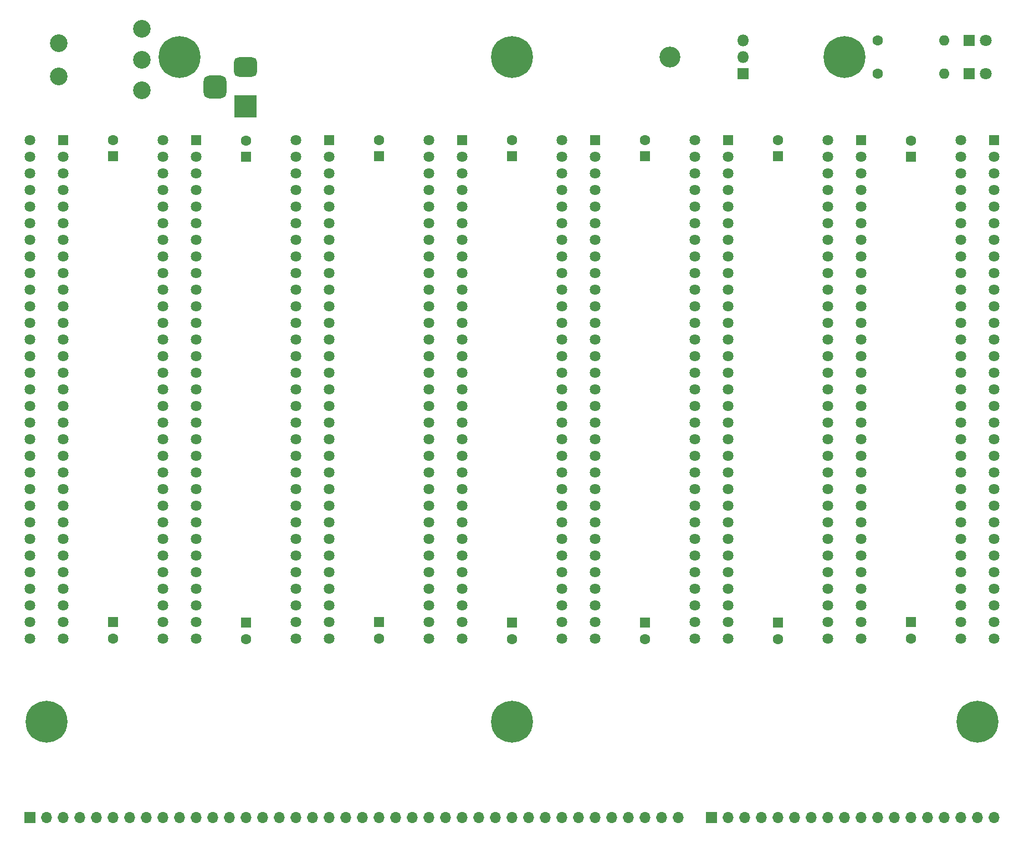
<source format=gts>
G04 #@! TF.GenerationSoftware,KiCad,Pcbnew,7.0.7*
G04 #@! TF.CreationDate,2023-08-22T15:23:37-04:00*
G04 #@! TF.ProjectId,1 - Backplkane,31202d20-4261-4636-9b70-6c6b616e652e,2*
G04 #@! TF.SameCoordinates,Original*
G04 #@! TF.FileFunction,Soldermask,Top*
G04 #@! TF.FilePolarity,Negative*
%FSLAX46Y46*%
G04 Gerber Fmt 4.6, Leading zero omitted, Abs format (unit mm)*
G04 Created by KiCad (PCBNEW 7.0.7) date 2023-08-22 15:23:37*
%MOMM*%
%LPD*%
G01*
G04 APERTURE LIST*
G04 Aperture macros list*
%AMRoundRect*
0 Rectangle with rounded corners*
0 $1 Rounding radius*
0 $2 $3 $4 $5 $6 $7 $8 $9 X,Y pos of 4 corners*
0 Add a 4 corners polygon primitive as box body*
4,1,4,$2,$3,$4,$5,$6,$7,$8,$9,$2,$3,0*
0 Add four circle primitives for the rounded corners*
1,1,$1+$1,$2,$3*
1,1,$1+$1,$4,$5*
1,1,$1+$1,$6,$7*
1,1,$1+$1,$8,$9*
0 Add four rect primitives between the rounded corners*
20,1,$1+$1,$2,$3,$4,$5,0*
20,1,$1+$1,$4,$5,$6,$7,0*
20,1,$1+$1,$6,$7,$8,$9,0*
20,1,$1+$1,$8,$9,$2,$3,0*%
G04 Aperture macros list end*
%ADD10C,0.800000*%
%ADD11C,6.400000*%
%ADD12R,1.600000X1.600000*%
%ADD13C,1.600000*%
%ADD14R,3.500000X3.500000*%
%ADD15RoundRect,0.750000X-1.000000X0.750000X-1.000000X-0.750000X1.000000X-0.750000X1.000000X0.750000X0*%
%ADD16RoundRect,0.875000X-0.875000X0.875000X-0.875000X-0.875000X0.875000X-0.875000X0.875000X0.875000X0*%
%ADD17O,3.200000X3.200000*%
%ADD18R,1.800000X1.800000*%
%ADD19O,1.800000X1.800000*%
%ADD20O,1.600000X1.600000*%
%ADD21R,1.638000X1.638000*%
%ADD22C,1.638000*%
%ADD23C,1.800000*%
%ADD24R,1.700000X1.700000*%
%ADD25O,1.700000X1.700000*%
%ADD26C,2.700000*%
G04 APERTURE END LIST*
D10*
X161430000Y-41910000D03*
X162132944Y-40212944D03*
X162132944Y-43607056D03*
X163830000Y-39510000D03*
D11*
X163830000Y-41910000D03*
D10*
X163830000Y-44310000D03*
X165527056Y-40212944D03*
X165527056Y-43607056D03*
X166230000Y-41910000D03*
D12*
X92710000Y-128270000D03*
D13*
X92710000Y-130770000D03*
D14*
X72331500Y-49434000D03*
D15*
X72331500Y-43434000D03*
D16*
X67631500Y-46434000D03*
D12*
X52070000Y-57062379D03*
D13*
X52070000Y-54562379D03*
D10*
X39510000Y-143510000D03*
X40212944Y-141812944D03*
X40212944Y-145207056D03*
X41910000Y-141110000D03*
D11*
X41910000Y-143510000D03*
D10*
X41910000Y-145910000D03*
X43607056Y-141812944D03*
X43607056Y-145207056D03*
X44310000Y-143510000D03*
D12*
X113030000Y-128357621D03*
D13*
X113030000Y-130857621D03*
D17*
X137195000Y-41910000D03*
D18*
X148295000Y-44450000D03*
D19*
X148295000Y-41910000D03*
X148295000Y-39370000D03*
D12*
X52070000Y-128270000D03*
D13*
X52070000Y-130770000D03*
X168910000Y-44450000D03*
D20*
X179070000Y-44450000D03*
D21*
X85090000Y-54610000D03*
D22*
X85090000Y-57150000D03*
X85090000Y-59690000D03*
X85090000Y-62230000D03*
X85090000Y-64770000D03*
X85090000Y-67310000D03*
X85090000Y-69850000D03*
X85090000Y-72390000D03*
X85090000Y-74930000D03*
X85090000Y-77470000D03*
X85090000Y-80010000D03*
X85090000Y-82550000D03*
X85090000Y-85090000D03*
X85090000Y-87630000D03*
X85090000Y-90170000D03*
X85090000Y-92710000D03*
X85090000Y-95250000D03*
X85090000Y-97790000D03*
X85090000Y-100330000D03*
X85090000Y-102870000D03*
X85090000Y-105410000D03*
X85090000Y-107950000D03*
X85090000Y-110490000D03*
X85090000Y-113030000D03*
X85090000Y-115570000D03*
X85090000Y-118110000D03*
X85090000Y-120650000D03*
X85090000Y-123190000D03*
X85090000Y-125730000D03*
X85090000Y-128270000D03*
X85090000Y-130810000D03*
X80010000Y-54610000D03*
X80010000Y-57150000D03*
X80010000Y-59690000D03*
X80010000Y-62230000D03*
X80010000Y-64770000D03*
X80010000Y-67310000D03*
X80010000Y-69850000D03*
X80010000Y-72390000D03*
X80010000Y-74930000D03*
X80010000Y-77470000D03*
X80010000Y-80010000D03*
X80010000Y-82550000D03*
X80010000Y-85090000D03*
X80010000Y-87630000D03*
X80010000Y-90170000D03*
X80010000Y-92710000D03*
X80010000Y-95250000D03*
X80010000Y-97790000D03*
X80010000Y-100330000D03*
X80010000Y-102870000D03*
X80010000Y-105410000D03*
X80010000Y-107950000D03*
X80010000Y-110490000D03*
X80010000Y-113030000D03*
X80010000Y-115570000D03*
X80010000Y-118110000D03*
X80010000Y-120650000D03*
X80010000Y-123190000D03*
X80010000Y-125730000D03*
X80010000Y-128270000D03*
X80010000Y-130810000D03*
D21*
X105410000Y-54610000D03*
D22*
X105410000Y-57150000D03*
X105410000Y-59690000D03*
X105410000Y-62230000D03*
X105410000Y-64770000D03*
X105410000Y-67310000D03*
X105410000Y-69850000D03*
X105410000Y-72390000D03*
X105410000Y-74930000D03*
X105410000Y-77470000D03*
X105410000Y-80010000D03*
X105410000Y-82550000D03*
X105410000Y-85090000D03*
X105410000Y-87630000D03*
X105410000Y-90170000D03*
X105410000Y-92710000D03*
X105410000Y-95250000D03*
X105410000Y-97790000D03*
X105410000Y-100330000D03*
X105410000Y-102870000D03*
X105410000Y-105410000D03*
X105410000Y-107950000D03*
X105410000Y-110490000D03*
X105410000Y-113030000D03*
X105410000Y-115570000D03*
X105410000Y-118110000D03*
X105410000Y-120650000D03*
X105410000Y-123190000D03*
X105410000Y-125730000D03*
X105410000Y-128270000D03*
X105410000Y-130810000D03*
X100330000Y-54610000D03*
X100330000Y-57150000D03*
X100330000Y-59690000D03*
X100330000Y-62230000D03*
X100330000Y-64770000D03*
X100330000Y-67310000D03*
X100330000Y-69850000D03*
X100330000Y-72390000D03*
X100330000Y-74930000D03*
X100330000Y-77470000D03*
X100330000Y-80010000D03*
X100330000Y-82550000D03*
X100330000Y-85090000D03*
X100330000Y-87630000D03*
X100330000Y-90170000D03*
X100330000Y-92710000D03*
X100330000Y-95250000D03*
X100330000Y-97790000D03*
X100330000Y-100330000D03*
X100330000Y-102870000D03*
X100330000Y-105410000D03*
X100330000Y-107950000D03*
X100330000Y-110490000D03*
X100330000Y-113030000D03*
X100330000Y-115570000D03*
X100330000Y-118110000D03*
X100330000Y-120650000D03*
X100330000Y-123190000D03*
X100330000Y-125730000D03*
X100330000Y-128270000D03*
X100330000Y-130810000D03*
D21*
X186690000Y-54610000D03*
D22*
X186690000Y-57150000D03*
X186690000Y-59690000D03*
X186690000Y-62230000D03*
X186690000Y-64770000D03*
X186690000Y-67310000D03*
X186690000Y-69850000D03*
X186690000Y-72390000D03*
X186690000Y-74930000D03*
X186690000Y-77470000D03*
X186690000Y-80010000D03*
X186690000Y-82550000D03*
X186690000Y-85090000D03*
X186690000Y-87630000D03*
X186690000Y-90170000D03*
X186690000Y-92710000D03*
X186690000Y-95250000D03*
X186690000Y-97790000D03*
X186690000Y-100330000D03*
X186690000Y-102870000D03*
X186690000Y-105410000D03*
X186690000Y-107950000D03*
X186690000Y-110490000D03*
X186690000Y-113030000D03*
X186690000Y-115570000D03*
X186690000Y-118110000D03*
X186690000Y-120650000D03*
X186690000Y-123190000D03*
X186690000Y-125730000D03*
X186690000Y-128270000D03*
X186690000Y-130810000D03*
X181610000Y-54610000D03*
X181610000Y-57150000D03*
X181610000Y-59690000D03*
X181610000Y-62230000D03*
X181610000Y-64770000D03*
X181610000Y-67310000D03*
X181610000Y-69850000D03*
X181610000Y-72390000D03*
X181610000Y-74930000D03*
X181610000Y-77470000D03*
X181610000Y-80010000D03*
X181610000Y-82550000D03*
X181610000Y-85090000D03*
X181610000Y-87630000D03*
X181610000Y-90170000D03*
X181610000Y-92710000D03*
X181610000Y-95250000D03*
X181610000Y-97790000D03*
X181610000Y-100330000D03*
X181610000Y-102870000D03*
X181610000Y-105410000D03*
X181610000Y-107950000D03*
X181610000Y-110490000D03*
X181610000Y-113030000D03*
X181610000Y-115570000D03*
X181610000Y-118110000D03*
X181610000Y-120650000D03*
X181610000Y-123190000D03*
X181610000Y-125730000D03*
X181610000Y-128270000D03*
X181610000Y-130810000D03*
D18*
X182875000Y-44450000D03*
D23*
X185415000Y-44450000D03*
D13*
X168910000Y-39370000D03*
D20*
X179070000Y-39370000D03*
D12*
X113030000Y-57062379D03*
D13*
X113030000Y-54562379D03*
D12*
X92710000Y-57062379D03*
D13*
X92710000Y-54562379D03*
D21*
X64770000Y-54610000D03*
D22*
X64770000Y-57150000D03*
X64770000Y-59690000D03*
X64770000Y-62230000D03*
X64770000Y-64770000D03*
X64770000Y-67310000D03*
X64770000Y-69850000D03*
X64770000Y-72390000D03*
X64770000Y-74930000D03*
X64770000Y-77470000D03*
X64770000Y-80010000D03*
X64770000Y-82550000D03*
X64770000Y-85090000D03*
X64770000Y-87630000D03*
X64770000Y-90170000D03*
X64770000Y-92710000D03*
X64770000Y-95250000D03*
X64770000Y-97790000D03*
X64770000Y-100330000D03*
X64770000Y-102870000D03*
X64770000Y-105410000D03*
X64770000Y-107950000D03*
X64770000Y-110490000D03*
X64770000Y-113030000D03*
X64770000Y-115570000D03*
X64770000Y-118110000D03*
X64770000Y-120650000D03*
X64770000Y-123190000D03*
X64770000Y-125730000D03*
X64770000Y-128270000D03*
X64770000Y-130810000D03*
X59690000Y-54610000D03*
X59690000Y-57150000D03*
X59690000Y-59690000D03*
X59690000Y-62230000D03*
X59690000Y-64770000D03*
X59690000Y-67310000D03*
X59690000Y-69850000D03*
X59690000Y-72390000D03*
X59690000Y-74930000D03*
X59690000Y-77470000D03*
X59690000Y-80010000D03*
X59690000Y-82550000D03*
X59690000Y-85090000D03*
X59690000Y-87630000D03*
X59690000Y-90170000D03*
X59690000Y-92710000D03*
X59690000Y-95250000D03*
X59690000Y-97790000D03*
X59690000Y-100330000D03*
X59690000Y-102870000D03*
X59690000Y-105410000D03*
X59690000Y-107950000D03*
X59690000Y-110490000D03*
X59690000Y-113030000D03*
X59690000Y-115570000D03*
X59690000Y-118110000D03*
X59690000Y-120650000D03*
X59690000Y-123190000D03*
X59690000Y-125730000D03*
X59690000Y-128270000D03*
X59690000Y-130810000D03*
D10*
X110630000Y-143510000D03*
X111332944Y-141812944D03*
X111332944Y-145207056D03*
X113030000Y-141110000D03*
D11*
X113030000Y-143510000D03*
D10*
X113030000Y-145910000D03*
X114727056Y-141812944D03*
X114727056Y-145207056D03*
X115430000Y-143510000D03*
D12*
X133350000Y-57062379D03*
D13*
X133350000Y-54562379D03*
D12*
X153670000Y-57062379D03*
D13*
X153670000Y-54562379D03*
D24*
X143525000Y-158115000D03*
D25*
X146065000Y-158115000D03*
X148605000Y-158115000D03*
X151145000Y-158115000D03*
X153685000Y-158115000D03*
X156225000Y-158115000D03*
X158765000Y-158115000D03*
X161305000Y-158115000D03*
X163845000Y-158115000D03*
X166385000Y-158115000D03*
X168925000Y-158115000D03*
X171465000Y-158115000D03*
X174005000Y-158115000D03*
X176545000Y-158115000D03*
X179085000Y-158115000D03*
X181625000Y-158115000D03*
X184165000Y-158115000D03*
X186705000Y-158115000D03*
D12*
X173990000Y-128270000D03*
D13*
X173990000Y-130770000D03*
D26*
X56515000Y-46990000D03*
X56515000Y-42290000D03*
X56515000Y-37590000D03*
X43815000Y-44830000D03*
X43815000Y-39750000D03*
D12*
X173990000Y-57150000D03*
D13*
X173990000Y-54650000D03*
D10*
X59830000Y-41910000D03*
X60532944Y-40212944D03*
X60532944Y-43607056D03*
X62230000Y-39510000D03*
D11*
X62230000Y-41910000D03*
D10*
X62230000Y-44310000D03*
X63927056Y-40212944D03*
X63927056Y-43607056D03*
X64630000Y-41910000D03*
D18*
X182875000Y-39370000D03*
D23*
X185415000Y-39370000D03*
D12*
X72390000Y-57150000D03*
D13*
X72390000Y-54650000D03*
D12*
X133350000Y-128357621D03*
D13*
X133350000Y-130857621D03*
D21*
X44450000Y-54610000D03*
D22*
X44450000Y-57150000D03*
X44450000Y-59690000D03*
X44450000Y-62230000D03*
X44450000Y-64770000D03*
X44450000Y-67310000D03*
X44450000Y-69850000D03*
X44450000Y-72390000D03*
X44450000Y-74930000D03*
X44450000Y-77470000D03*
X44450000Y-80010000D03*
X44450000Y-82550000D03*
X44450000Y-85090000D03*
X44450000Y-87630000D03*
X44450000Y-90170000D03*
X44450000Y-92710000D03*
X44450000Y-95250000D03*
X44450000Y-97790000D03*
X44450000Y-100330000D03*
X44450000Y-102870000D03*
X44450000Y-105410000D03*
X44450000Y-107950000D03*
X44450000Y-110490000D03*
X44450000Y-113030000D03*
X44450000Y-115570000D03*
X44450000Y-118110000D03*
X44450000Y-120650000D03*
X44450000Y-123190000D03*
X44450000Y-125730000D03*
X44450000Y-128270000D03*
X44450000Y-130810000D03*
X39370000Y-54610000D03*
X39370000Y-57150000D03*
X39370000Y-59690000D03*
X39370000Y-62230000D03*
X39370000Y-64770000D03*
X39370000Y-67310000D03*
X39370000Y-69850000D03*
X39370000Y-72390000D03*
X39370000Y-74930000D03*
X39370000Y-77470000D03*
X39370000Y-80010000D03*
X39370000Y-82550000D03*
X39370000Y-85090000D03*
X39370000Y-87630000D03*
X39370000Y-90170000D03*
X39370000Y-92710000D03*
X39370000Y-95250000D03*
X39370000Y-97790000D03*
X39370000Y-100330000D03*
X39370000Y-102870000D03*
X39370000Y-105410000D03*
X39370000Y-107950000D03*
X39370000Y-110490000D03*
X39370000Y-113030000D03*
X39370000Y-115570000D03*
X39370000Y-118110000D03*
X39370000Y-120650000D03*
X39370000Y-123190000D03*
X39370000Y-125730000D03*
X39370000Y-128270000D03*
X39370000Y-130810000D03*
D24*
X39375000Y-158115000D03*
D25*
X41915000Y-158115000D03*
X44455000Y-158115000D03*
X46995000Y-158115000D03*
X49535000Y-158115000D03*
X52075000Y-158115000D03*
X54615000Y-158115000D03*
X57155000Y-158115000D03*
X59695000Y-158115000D03*
X62235000Y-158115000D03*
X64775000Y-158115000D03*
X67315000Y-158115000D03*
X69855000Y-158115000D03*
X72395000Y-158115000D03*
X74935000Y-158115000D03*
X77475000Y-158115000D03*
X80015000Y-158115000D03*
X82555000Y-158115000D03*
X85095000Y-158115000D03*
X87635000Y-158115000D03*
X90175000Y-158115000D03*
X92715000Y-158115000D03*
X95255000Y-158115000D03*
X97795000Y-158115000D03*
X100335000Y-158115000D03*
X102875000Y-158115000D03*
X105415000Y-158115000D03*
X107955000Y-158115000D03*
X110495000Y-158115000D03*
X113035000Y-158115000D03*
X115575000Y-158115000D03*
X118115000Y-158115000D03*
X120655000Y-158115000D03*
X123195000Y-158115000D03*
X125735000Y-158115000D03*
X128275000Y-158115000D03*
X130815000Y-158115000D03*
X133355000Y-158115000D03*
X135895000Y-158115000D03*
X138435000Y-158115000D03*
D21*
X125730000Y-54610000D03*
D22*
X125730000Y-57150000D03*
X125730000Y-59690000D03*
X125730000Y-62230000D03*
X125730000Y-64770000D03*
X125730000Y-67310000D03*
X125730000Y-69850000D03*
X125730000Y-72390000D03*
X125730000Y-74930000D03*
X125730000Y-77470000D03*
X125730000Y-80010000D03*
X125730000Y-82550000D03*
X125730000Y-85090000D03*
X125730000Y-87630000D03*
X125730000Y-90170000D03*
X125730000Y-92710000D03*
X125730000Y-95250000D03*
X125730000Y-97790000D03*
X125730000Y-100330000D03*
X125730000Y-102870000D03*
X125730000Y-105410000D03*
X125730000Y-107950000D03*
X125730000Y-110490000D03*
X125730000Y-113030000D03*
X125730000Y-115570000D03*
X125730000Y-118110000D03*
X125730000Y-120650000D03*
X125730000Y-123190000D03*
X125730000Y-125730000D03*
X125730000Y-128270000D03*
X125730000Y-130810000D03*
X120650000Y-54610000D03*
X120650000Y-57150000D03*
X120650000Y-59690000D03*
X120650000Y-62230000D03*
X120650000Y-64770000D03*
X120650000Y-67310000D03*
X120650000Y-69850000D03*
X120650000Y-72390000D03*
X120650000Y-74930000D03*
X120650000Y-77470000D03*
X120650000Y-80010000D03*
X120650000Y-82550000D03*
X120650000Y-85090000D03*
X120650000Y-87630000D03*
X120650000Y-90170000D03*
X120650000Y-92710000D03*
X120650000Y-95250000D03*
X120650000Y-97790000D03*
X120650000Y-100330000D03*
X120650000Y-102870000D03*
X120650000Y-105410000D03*
X120650000Y-107950000D03*
X120650000Y-110490000D03*
X120650000Y-113030000D03*
X120650000Y-115570000D03*
X120650000Y-118110000D03*
X120650000Y-120650000D03*
X120650000Y-123190000D03*
X120650000Y-125730000D03*
X120650000Y-128270000D03*
X120650000Y-130810000D03*
D10*
X110630000Y-41910000D03*
X111332944Y-40212944D03*
X111332944Y-43607056D03*
X113030000Y-39510000D03*
D11*
X113030000Y-41910000D03*
D10*
X113030000Y-44310000D03*
X114727056Y-40212944D03*
X114727056Y-43607056D03*
X115430000Y-41910000D03*
D12*
X72390000Y-128357621D03*
D13*
X72390000Y-130857621D03*
D12*
X153670000Y-128357621D03*
D13*
X153670000Y-130857621D03*
D10*
X181750000Y-143510000D03*
X182452944Y-141812944D03*
X182452944Y-145207056D03*
X184150000Y-141110000D03*
D11*
X184150000Y-143510000D03*
D10*
X184150000Y-145910000D03*
X185847056Y-141812944D03*
X185847056Y-145207056D03*
X186550000Y-143510000D03*
D21*
X166370000Y-54610000D03*
D22*
X166370000Y-57150000D03*
X166370000Y-59690000D03*
X166370000Y-62230000D03*
X166370000Y-64770000D03*
X166370000Y-67310000D03*
X166370000Y-69850000D03*
X166370000Y-72390000D03*
X166370000Y-74930000D03*
X166370000Y-77470000D03*
X166370000Y-80010000D03*
X166370000Y-82550000D03*
X166370000Y-85090000D03*
X166370000Y-87630000D03*
X166370000Y-90170000D03*
X166370000Y-92710000D03*
X166370000Y-95250000D03*
X166370000Y-97790000D03*
X166370000Y-100330000D03*
X166370000Y-102870000D03*
X166370000Y-105410000D03*
X166370000Y-107950000D03*
X166370000Y-110490000D03*
X166370000Y-113030000D03*
X166370000Y-115570000D03*
X166370000Y-118110000D03*
X166370000Y-120650000D03*
X166370000Y-123190000D03*
X166370000Y-125730000D03*
X166370000Y-128270000D03*
X166370000Y-130810000D03*
X161290000Y-54610000D03*
X161290000Y-57150000D03*
X161290000Y-59690000D03*
X161290000Y-62230000D03*
X161290000Y-64770000D03*
X161290000Y-67310000D03*
X161290000Y-69850000D03*
X161290000Y-72390000D03*
X161290000Y-74930000D03*
X161290000Y-77470000D03*
X161290000Y-80010000D03*
X161290000Y-82550000D03*
X161290000Y-85090000D03*
X161290000Y-87630000D03*
X161290000Y-90170000D03*
X161290000Y-92710000D03*
X161290000Y-95250000D03*
X161290000Y-97790000D03*
X161290000Y-100330000D03*
X161290000Y-102870000D03*
X161290000Y-105410000D03*
X161290000Y-107950000D03*
X161290000Y-110490000D03*
X161290000Y-113030000D03*
X161290000Y-115570000D03*
X161290000Y-118110000D03*
X161290000Y-120650000D03*
X161290000Y-123190000D03*
X161290000Y-125730000D03*
X161290000Y-128270000D03*
X161290000Y-130810000D03*
D21*
X146050000Y-54610000D03*
D22*
X146050000Y-57150000D03*
X146050000Y-59690000D03*
X146050000Y-62230000D03*
X146050000Y-64770000D03*
X146050000Y-67310000D03*
X146050000Y-69850000D03*
X146050000Y-72390000D03*
X146050000Y-74930000D03*
X146050000Y-77470000D03*
X146050000Y-80010000D03*
X146050000Y-82550000D03*
X146050000Y-85090000D03*
X146050000Y-87630000D03*
X146050000Y-90170000D03*
X146050000Y-92710000D03*
X146050000Y-95250000D03*
X146050000Y-97790000D03*
X146050000Y-100330000D03*
X146050000Y-102870000D03*
X146050000Y-105410000D03*
X146050000Y-107950000D03*
X146050000Y-110490000D03*
X146050000Y-113030000D03*
X146050000Y-115570000D03*
X146050000Y-118110000D03*
X146050000Y-120650000D03*
X146050000Y-123190000D03*
X146050000Y-125730000D03*
X146050000Y-128270000D03*
X146050000Y-130810000D03*
X140970000Y-54610000D03*
X140970000Y-57150000D03*
X140970000Y-59690000D03*
X140970000Y-62230000D03*
X140970000Y-64770000D03*
X140970000Y-67310000D03*
X140970000Y-69850000D03*
X140970000Y-72390000D03*
X140970000Y-74930000D03*
X140970000Y-77470000D03*
X140970000Y-80010000D03*
X140970000Y-82550000D03*
X140970000Y-85090000D03*
X140970000Y-87630000D03*
X140970000Y-90170000D03*
X140970000Y-92710000D03*
X140970000Y-95250000D03*
X140970000Y-97790000D03*
X140970000Y-100330000D03*
X140970000Y-102870000D03*
X140970000Y-105410000D03*
X140970000Y-107950000D03*
X140970000Y-110490000D03*
X140970000Y-113030000D03*
X140970000Y-115570000D03*
X140970000Y-118110000D03*
X140970000Y-120650000D03*
X140970000Y-123190000D03*
X140970000Y-125730000D03*
X140970000Y-128270000D03*
X140970000Y-130810000D03*
M02*

</source>
